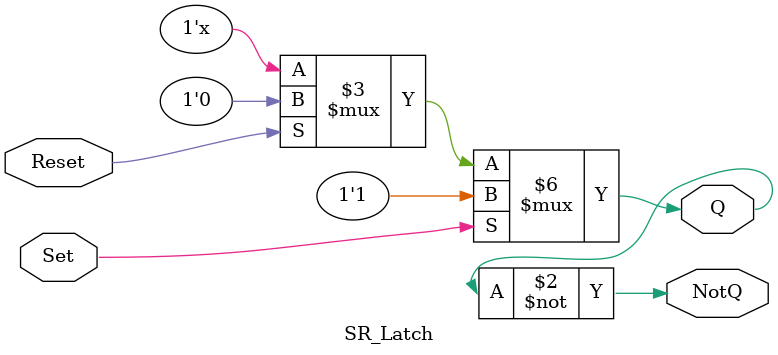
<source format=v>
module SR_Latch(
    input Set,
    input Reset,
    output reg Q,
    output NotQ
);

    always @(Set, Reset) begin 
        if (Set)
            Q <= 1; 
        else if (Reset)
            Q <= 0;
    end

    assign NotQ = ~Q; 

endmodule
</source>
